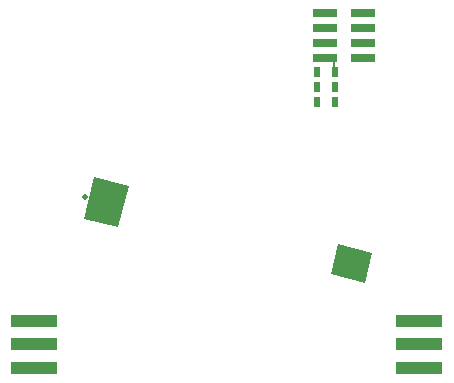
<source format=gbs>
G04 #@! TF.FileFunction,Soldermask,Bot*
%FSLAX46Y46*%
G04 Gerber Fmt 4.6, Leading zero omitted, Abs format (unit mm)*
G04 Created by KiCad (PCBNEW 4.0.0-rc2-stable) date 3/3/2016 3:46:15 PM*
%MOMM*%
G01*
G04 APERTURE LIST*
%ADD10C,0.150000*%
%ADD11R,4.000000X1.000000*%
%ADD12C,0.600000*%
%ADD13C,0.500000*%
%ADD14R,2.000000X0.760000*%
%ADD15R,2.000000X0.740000*%
%ADD16R,0.600000X0.900000*%
%ADD17R,0.200000X0.900000*%
G04 APERTURE END LIST*
D10*
D11*
X81610790Y-50192207D03*
X81610790Y-48192207D03*
X81610790Y-46192207D03*
D12*
X80610790Y-50192207D03*
X80610790Y-48192207D03*
X80610790Y-46192207D03*
D11*
X49020840Y-46192207D03*
X49020840Y-48192207D03*
X49020840Y-50192207D03*
D12*
X50020840Y-46192207D03*
X50020840Y-48192207D03*
X50020840Y-50192207D03*
D10*
G36*
X77010484Y-42963753D02*
X74099597Y-42237988D01*
X74728594Y-39715219D01*
X77639481Y-40440984D01*
X77010484Y-42963753D01*
X77010484Y-42963753D01*
G37*
G36*
X56125194Y-38271773D02*
X53214307Y-37546007D01*
X54085226Y-34052943D01*
X56996113Y-34778709D01*
X56125194Y-38271773D01*
X56125194Y-38271773D01*
G37*
D13*
X53261648Y-35702706D03*
D14*
X76840585Y-23947664D03*
X76840585Y-22677664D03*
X76840585Y-21407664D03*
X76840585Y-20137664D03*
X73640585Y-23947664D03*
X73640585Y-22677664D03*
X73640585Y-21407664D03*
D15*
X73640585Y-20137664D03*
D16*
X72940585Y-25142664D03*
X74440585Y-25142664D03*
X74440585Y-26392664D03*
X72940585Y-26392664D03*
X72940585Y-27642664D03*
X74440585Y-27642664D03*
D17*
X74390585Y-24492664D03*
M02*

</source>
